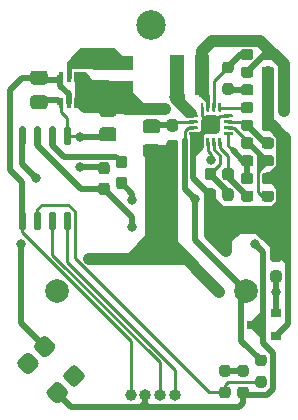
<source format=gbr>
G04 #@! TF.GenerationSoftware,KiCad,Pcbnew,(5.1.9)-1*
G04 #@! TF.CreationDate,2021-12-22T17:42:01+01:00*
G04 #@! TF.ProjectId,Omamori,4f6d616d-6f72-4692-9e6b-696361645f70,rev?*
G04 #@! TF.SameCoordinates,Original*
G04 #@! TF.FileFunction,Copper,L2,Bot*
G04 #@! TF.FilePolarity,Positive*
%FSLAX46Y46*%
G04 Gerber Fmt 4.6, Leading zero omitted, Abs format (unit mm)*
G04 Created by KiCad (PCBNEW (5.1.9)-1) date 2021-12-22 17:42:01*
%MOMM*%
%LPD*%
G01*
G04 APERTURE LIST*
G04 #@! TA.AperFunction,ComponentPad*
%ADD10C,2.000000*%
G04 #@! TD*
G04 #@! TA.AperFunction,SMDPad,CuDef*
%ADD11R,0.900000X0.800000*%
G04 #@! TD*
G04 #@! TA.AperFunction,ComponentPad*
%ADD12C,1.000000*%
G04 #@! TD*
G04 #@! TA.AperFunction,ComponentPad*
%ADD13O,1.000000X1.000000*%
G04 #@! TD*
G04 #@! TA.AperFunction,SMDPad,CuDef*
%ADD14R,3.400000X1.300000*%
G04 #@! TD*
G04 #@! TA.AperFunction,SMDPad,CuDef*
%ADD15R,1.300000X3.400000*%
G04 #@! TD*
G04 #@! TA.AperFunction,SMDPad,CuDef*
%ADD16R,0.400000X0.900000*%
G04 #@! TD*
G04 #@! TA.AperFunction,ViaPad*
%ADD17C,2.500000*%
G04 #@! TD*
G04 #@! TA.AperFunction,ViaPad*
%ADD18C,0.800000*%
G04 #@! TD*
G04 #@! TA.AperFunction,Conductor*
%ADD19C,0.250000*%
G04 #@! TD*
G04 #@! TA.AperFunction,Conductor*
%ADD20C,0.500000*%
G04 #@! TD*
G04 #@! TA.AperFunction,Conductor*
%ADD21C,1.000000*%
G04 #@! TD*
G04 #@! TA.AperFunction,Conductor*
%ADD22C,0.400000*%
G04 #@! TD*
G04 APERTURE END LIST*
G04 #@! TA.AperFunction,SMDPad,CuDef*
G36*
G01*
X35322500Y-35275000D02*
X35797500Y-35275000D01*
G75*
G02*
X36035000Y-35512500I0J-237500D01*
G01*
X36035000Y-36087500D01*
G75*
G02*
X35797500Y-36325000I-237500J0D01*
G01*
X35322500Y-36325000D01*
G75*
G02*
X35085000Y-36087500I0J237500D01*
G01*
X35085000Y-35512500D01*
G75*
G02*
X35322500Y-35275000I237500J0D01*
G01*
G37*
G04 #@! TD.AperFunction*
G04 #@! TA.AperFunction,SMDPad,CuDef*
G36*
G01*
X35322500Y-33525000D02*
X35797500Y-33525000D01*
G75*
G02*
X36035000Y-33762500I0J-237500D01*
G01*
X36035000Y-34337500D01*
G75*
G02*
X35797500Y-34575000I-237500J0D01*
G01*
X35322500Y-34575000D01*
G75*
G02*
X35085000Y-34337500I0J237500D01*
G01*
X35085000Y-33762500D01*
G75*
G02*
X35322500Y-33525000I237500J0D01*
G01*
G37*
G04 #@! TD.AperFunction*
G04 #@! TA.AperFunction,SMDPad,CuDef*
G36*
G01*
X31004500Y-45129000D02*
X31479500Y-45129000D01*
G75*
G02*
X31717000Y-45366500I0J-237500D01*
G01*
X31717000Y-45866500D01*
G75*
G02*
X31479500Y-46104000I-237500J0D01*
G01*
X31004500Y-46104000D01*
G75*
G02*
X30767000Y-45866500I0J237500D01*
G01*
X30767000Y-45366500D01*
G75*
G02*
X31004500Y-45129000I237500J0D01*
G01*
G37*
G04 #@! TD.AperFunction*
G04 #@! TA.AperFunction,SMDPad,CuDef*
G36*
G01*
X31004500Y-43304000D02*
X31479500Y-43304000D01*
G75*
G02*
X31717000Y-43541500I0J-237500D01*
G01*
X31717000Y-44041500D01*
G75*
G02*
X31479500Y-44279000I-237500J0D01*
G01*
X31004500Y-44279000D01*
G75*
G02*
X30767000Y-44041500I0J237500D01*
G01*
X30767000Y-43541500D01*
G75*
G02*
X31004500Y-43304000I237500J0D01*
G01*
G37*
G04 #@! TD.AperFunction*
G04 #@! TA.AperFunction,SMDPad,CuDef*
G36*
G01*
X24544000Y-24580000D02*
X25494000Y-24580000D01*
G75*
G02*
X25744000Y-24830000I0J-250000D01*
G01*
X25744000Y-25505000D01*
G75*
G02*
X25494000Y-25755000I-250000J0D01*
G01*
X24544000Y-25755000D01*
G75*
G02*
X24294000Y-25505000I0J250000D01*
G01*
X24294000Y-24830000D01*
G75*
G02*
X24544000Y-24580000I250000J0D01*
G01*
G37*
G04 #@! TD.AperFunction*
G04 #@! TA.AperFunction,SMDPad,CuDef*
G36*
G01*
X24544000Y-22505000D02*
X25494000Y-22505000D01*
G75*
G02*
X25744000Y-22755000I0J-250000D01*
G01*
X25744000Y-23430000D01*
G75*
G02*
X25494000Y-23680000I-250000J0D01*
G01*
X24544000Y-23680000D01*
G75*
G02*
X24294000Y-23430000I0J250000D01*
G01*
X24294000Y-22755000D01*
G75*
G02*
X24544000Y-22505000I250000J0D01*
G01*
G37*
G04 #@! TD.AperFunction*
D10*
X17000000Y-37000000D03*
X33000000Y-37000000D03*
G04 #@! TA.AperFunction,SMDPad,CuDef*
G36*
G01*
X29650000Y-22150000D02*
X30450000Y-22150000D01*
G75*
G02*
X30850000Y-22550000I0J-400000D01*
G01*
X30850000Y-23350000D01*
G75*
G02*
X30450000Y-23750000I-400000J0D01*
G01*
X29650000Y-23750000D01*
G75*
G02*
X29250000Y-23350000I0J400000D01*
G01*
X29250000Y-22550000D01*
G75*
G02*
X29650000Y-22150000I400000J0D01*
G01*
G37*
G04 #@! TD.AperFunction*
G04 #@! TA.AperFunction,SMDPad,CuDef*
G36*
G01*
X28237500Y-22075000D02*
X28887500Y-22075000D01*
G75*
G02*
X28950000Y-22137500I0J-62500D01*
G01*
X28950000Y-22262500D01*
G75*
G02*
X28887500Y-22325000I-62500J0D01*
G01*
X28237500Y-22325000D01*
G75*
G02*
X28175000Y-22262500I0J62500D01*
G01*
X28175000Y-22137500D01*
G75*
G02*
X28237500Y-22075000I62500J0D01*
G01*
G37*
G04 #@! TD.AperFunction*
G04 #@! TA.AperFunction,SMDPad,CuDef*
G36*
G01*
X28237500Y-22575000D02*
X28887500Y-22575000D01*
G75*
G02*
X28950000Y-22637500I0J-62500D01*
G01*
X28950000Y-22762500D01*
G75*
G02*
X28887500Y-22825000I-62500J0D01*
G01*
X28237500Y-22825000D01*
G75*
G02*
X28175000Y-22762500I0J62500D01*
G01*
X28175000Y-22637500D01*
G75*
G02*
X28237500Y-22575000I62500J0D01*
G01*
G37*
G04 #@! TD.AperFunction*
G04 #@! TA.AperFunction,SMDPad,CuDef*
G36*
G01*
X28237500Y-23075000D02*
X28887500Y-23075000D01*
G75*
G02*
X28950000Y-23137500I0J-62500D01*
G01*
X28950000Y-23262500D01*
G75*
G02*
X28887500Y-23325000I-62500J0D01*
G01*
X28237500Y-23325000D01*
G75*
G02*
X28175000Y-23262500I0J62500D01*
G01*
X28175000Y-23137500D01*
G75*
G02*
X28237500Y-23075000I62500J0D01*
G01*
G37*
G04 #@! TD.AperFunction*
G04 #@! TA.AperFunction,SMDPad,CuDef*
G36*
G01*
X28237500Y-23575000D02*
X28887500Y-23575000D01*
G75*
G02*
X28950000Y-23637500I0J-62500D01*
G01*
X28950000Y-23762500D01*
G75*
G02*
X28887500Y-23825000I-62500J0D01*
G01*
X28237500Y-23825000D01*
G75*
G02*
X28175000Y-23762500I0J62500D01*
G01*
X28175000Y-23637500D01*
G75*
G02*
X28237500Y-23575000I62500J0D01*
G01*
G37*
G04 #@! TD.AperFunction*
G04 #@! TA.AperFunction,SMDPad,CuDef*
G36*
G01*
X29237500Y-24050000D02*
X29362500Y-24050000D01*
G75*
G02*
X29425000Y-24112500I0J-62500D01*
G01*
X29425000Y-24762500D01*
G75*
G02*
X29362500Y-24825000I-62500J0D01*
G01*
X29237500Y-24825000D01*
G75*
G02*
X29175000Y-24762500I0J62500D01*
G01*
X29175000Y-24112500D01*
G75*
G02*
X29237500Y-24050000I62500J0D01*
G01*
G37*
G04 #@! TD.AperFunction*
G04 #@! TA.AperFunction,SMDPad,CuDef*
G36*
G01*
X29737500Y-24050000D02*
X29862500Y-24050000D01*
G75*
G02*
X29925000Y-24112500I0J-62500D01*
G01*
X29925000Y-24762500D01*
G75*
G02*
X29862500Y-24825000I-62500J0D01*
G01*
X29737500Y-24825000D01*
G75*
G02*
X29675000Y-24762500I0J62500D01*
G01*
X29675000Y-24112500D01*
G75*
G02*
X29737500Y-24050000I62500J0D01*
G01*
G37*
G04 #@! TD.AperFunction*
G04 #@! TA.AperFunction,SMDPad,CuDef*
G36*
G01*
X30237500Y-24050000D02*
X30362500Y-24050000D01*
G75*
G02*
X30425000Y-24112500I0J-62500D01*
G01*
X30425000Y-24762500D01*
G75*
G02*
X30362500Y-24825000I-62500J0D01*
G01*
X30237500Y-24825000D01*
G75*
G02*
X30175000Y-24762500I0J62500D01*
G01*
X30175000Y-24112500D01*
G75*
G02*
X30237500Y-24050000I62500J0D01*
G01*
G37*
G04 #@! TD.AperFunction*
G04 #@! TA.AperFunction,SMDPad,CuDef*
G36*
G01*
X30737500Y-24050000D02*
X30862500Y-24050000D01*
G75*
G02*
X30925000Y-24112500I0J-62500D01*
G01*
X30925000Y-24762500D01*
G75*
G02*
X30862500Y-24825000I-62500J0D01*
G01*
X30737500Y-24825000D01*
G75*
G02*
X30675000Y-24762500I0J62500D01*
G01*
X30675000Y-24112500D01*
G75*
G02*
X30737500Y-24050000I62500J0D01*
G01*
G37*
G04 #@! TD.AperFunction*
G04 #@! TA.AperFunction,SMDPad,CuDef*
G36*
G01*
X31212500Y-23575000D02*
X31862500Y-23575000D01*
G75*
G02*
X31925000Y-23637500I0J-62500D01*
G01*
X31925000Y-23762500D01*
G75*
G02*
X31862500Y-23825000I-62500J0D01*
G01*
X31212500Y-23825000D01*
G75*
G02*
X31150000Y-23762500I0J62500D01*
G01*
X31150000Y-23637500D01*
G75*
G02*
X31212500Y-23575000I62500J0D01*
G01*
G37*
G04 #@! TD.AperFunction*
G04 #@! TA.AperFunction,SMDPad,CuDef*
G36*
G01*
X31212500Y-23075000D02*
X31862500Y-23075000D01*
G75*
G02*
X31925000Y-23137500I0J-62500D01*
G01*
X31925000Y-23262500D01*
G75*
G02*
X31862500Y-23325000I-62500J0D01*
G01*
X31212500Y-23325000D01*
G75*
G02*
X31150000Y-23262500I0J62500D01*
G01*
X31150000Y-23137500D01*
G75*
G02*
X31212500Y-23075000I62500J0D01*
G01*
G37*
G04 #@! TD.AperFunction*
G04 #@! TA.AperFunction,SMDPad,CuDef*
G36*
G01*
X31212500Y-22575000D02*
X31862500Y-22575000D01*
G75*
G02*
X31925000Y-22637500I0J-62500D01*
G01*
X31925000Y-22762500D01*
G75*
G02*
X31862500Y-22825000I-62500J0D01*
G01*
X31212500Y-22825000D01*
G75*
G02*
X31150000Y-22762500I0J62500D01*
G01*
X31150000Y-22637500D01*
G75*
G02*
X31212500Y-22575000I62500J0D01*
G01*
G37*
G04 #@! TD.AperFunction*
G04 #@! TA.AperFunction,SMDPad,CuDef*
G36*
G01*
X31212500Y-22075000D02*
X31862500Y-22075000D01*
G75*
G02*
X31925000Y-22137500I0J-62500D01*
G01*
X31925000Y-22262500D01*
G75*
G02*
X31862500Y-22325000I-62500J0D01*
G01*
X31212500Y-22325000D01*
G75*
G02*
X31150000Y-22262500I0J62500D01*
G01*
X31150000Y-22137500D01*
G75*
G02*
X31212500Y-22075000I62500J0D01*
G01*
G37*
G04 #@! TD.AperFunction*
G04 #@! TA.AperFunction,SMDPad,CuDef*
G36*
G01*
X30737500Y-21075000D02*
X30862500Y-21075000D01*
G75*
G02*
X30925000Y-21137500I0J-62500D01*
G01*
X30925000Y-21787500D01*
G75*
G02*
X30862500Y-21850000I-62500J0D01*
G01*
X30737500Y-21850000D01*
G75*
G02*
X30675000Y-21787500I0J62500D01*
G01*
X30675000Y-21137500D01*
G75*
G02*
X30737500Y-21075000I62500J0D01*
G01*
G37*
G04 #@! TD.AperFunction*
G04 #@! TA.AperFunction,SMDPad,CuDef*
G36*
G01*
X30237500Y-21075000D02*
X30362500Y-21075000D01*
G75*
G02*
X30425000Y-21137500I0J-62500D01*
G01*
X30425000Y-21787500D01*
G75*
G02*
X30362500Y-21850000I-62500J0D01*
G01*
X30237500Y-21850000D01*
G75*
G02*
X30175000Y-21787500I0J62500D01*
G01*
X30175000Y-21137500D01*
G75*
G02*
X30237500Y-21075000I62500J0D01*
G01*
G37*
G04 #@! TD.AperFunction*
G04 #@! TA.AperFunction,SMDPad,CuDef*
G36*
G01*
X29737500Y-21075000D02*
X29862500Y-21075000D01*
G75*
G02*
X29925000Y-21137500I0J-62500D01*
G01*
X29925000Y-21787500D01*
G75*
G02*
X29862500Y-21850000I-62500J0D01*
G01*
X29737500Y-21850000D01*
G75*
G02*
X29675000Y-21787500I0J62500D01*
G01*
X29675000Y-21137500D01*
G75*
G02*
X29737500Y-21075000I62500J0D01*
G01*
G37*
G04 #@! TD.AperFunction*
G04 #@! TA.AperFunction,SMDPad,CuDef*
G36*
G01*
X29237500Y-21075000D02*
X29362500Y-21075000D01*
G75*
G02*
X29425000Y-21137500I0J-62500D01*
G01*
X29425000Y-21787500D01*
G75*
G02*
X29362500Y-21850000I-62500J0D01*
G01*
X29237500Y-21850000D01*
G75*
G02*
X29175000Y-21787500I0J62500D01*
G01*
X29175000Y-21137500D01*
G75*
G02*
X29237500Y-21075000I62500J0D01*
G01*
G37*
G04 #@! TD.AperFunction*
G04 #@! TA.AperFunction,SMDPad,CuDef*
G36*
G01*
X33003500Y-44279000D02*
X32528500Y-44279000D01*
G75*
G02*
X32291000Y-44041500I0J237500D01*
G01*
X32291000Y-43541500D01*
G75*
G02*
X32528500Y-43304000I237500J0D01*
G01*
X33003500Y-43304000D01*
G75*
G02*
X33241000Y-43541500I0J-237500D01*
G01*
X33241000Y-44041500D01*
G75*
G02*
X33003500Y-44279000I-237500J0D01*
G01*
G37*
G04 #@! TD.AperFunction*
G04 #@! TA.AperFunction,SMDPad,CuDef*
G36*
G01*
X33003500Y-46104000D02*
X32528500Y-46104000D01*
G75*
G02*
X32291000Y-45866500I0J237500D01*
G01*
X32291000Y-45366500D01*
G75*
G02*
X32528500Y-45129000I237500J0D01*
G01*
X33003500Y-45129000D01*
G75*
G02*
X33241000Y-45366500I0J-237500D01*
G01*
X33241000Y-45866500D01*
G75*
G02*
X33003500Y-46104000I-237500J0D01*
G01*
G37*
G04 #@! TD.AperFunction*
G04 #@! TA.AperFunction,SMDPad,CuDef*
G36*
G01*
X34052500Y-44240000D02*
X34527500Y-44240000D01*
G75*
G02*
X34765000Y-44477500I0J-237500D01*
G01*
X34765000Y-44977500D01*
G75*
G02*
X34527500Y-45215000I-237500J0D01*
G01*
X34052500Y-45215000D01*
G75*
G02*
X33815000Y-44977500I0J237500D01*
G01*
X33815000Y-44477500D01*
G75*
G02*
X34052500Y-44240000I237500J0D01*
G01*
G37*
G04 #@! TD.AperFunction*
G04 #@! TA.AperFunction,SMDPad,CuDef*
G36*
G01*
X34052500Y-42415000D02*
X34527500Y-42415000D01*
G75*
G02*
X34765000Y-42652500I0J-237500D01*
G01*
X34765000Y-43152500D01*
G75*
G02*
X34527500Y-43390000I-237500J0D01*
G01*
X34052500Y-43390000D01*
G75*
G02*
X33815000Y-43152500I0J237500D01*
G01*
X33815000Y-42652500D01*
G75*
G02*
X34052500Y-42415000I237500J0D01*
G01*
G37*
G04 #@! TD.AperFunction*
D11*
X33544000Y-39878000D03*
X35544000Y-40828000D03*
X35544000Y-38928000D03*
D12*
X23250000Y-45800000D03*
D13*
X26980000Y-45800000D03*
X25710000Y-45800000D03*
X24440000Y-45800000D03*
G04 #@! TA.AperFunction,SMDPad,CuDef*
G36*
G01*
X13945000Y-30300000D02*
X14245000Y-30300000D01*
G75*
G02*
X14395000Y-30450000I0J-150000D01*
G01*
X14395000Y-31750000D01*
G75*
G02*
X14245000Y-31900000I-150000J0D01*
G01*
X13945000Y-31900000D01*
G75*
G02*
X13795000Y-31750000I0J150000D01*
G01*
X13795000Y-30450000D01*
G75*
G02*
X13945000Y-30300000I150000J0D01*
G01*
G37*
G04 #@! TD.AperFunction*
G04 #@! TA.AperFunction,SMDPad,CuDef*
G36*
G01*
X15215000Y-30300000D02*
X15515000Y-30300000D01*
G75*
G02*
X15665000Y-30450000I0J-150000D01*
G01*
X15665000Y-31750000D01*
G75*
G02*
X15515000Y-31900000I-150000J0D01*
G01*
X15215000Y-31900000D01*
G75*
G02*
X15065000Y-31750000I0J150000D01*
G01*
X15065000Y-30450000D01*
G75*
G02*
X15215000Y-30300000I150000J0D01*
G01*
G37*
G04 #@! TD.AperFunction*
G04 #@! TA.AperFunction,SMDPad,CuDef*
G36*
G01*
X16485000Y-30300000D02*
X16785000Y-30300000D01*
G75*
G02*
X16935000Y-30450000I0J-150000D01*
G01*
X16935000Y-31750000D01*
G75*
G02*
X16785000Y-31900000I-150000J0D01*
G01*
X16485000Y-31900000D01*
G75*
G02*
X16335000Y-31750000I0J150000D01*
G01*
X16335000Y-30450000D01*
G75*
G02*
X16485000Y-30300000I150000J0D01*
G01*
G37*
G04 #@! TD.AperFunction*
G04 #@! TA.AperFunction,SMDPad,CuDef*
G36*
G01*
X17755000Y-30300000D02*
X18055000Y-30300000D01*
G75*
G02*
X18205000Y-30450000I0J-150000D01*
G01*
X18205000Y-31750000D01*
G75*
G02*
X18055000Y-31900000I-150000J0D01*
G01*
X17755000Y-31900000D01*
G75*
G02*
X17605000Y-31750000I0J150000D01*
G01*
X17605000Y-30450000D01*
G75*
G02*
X17755000Y-30300000I150000J0D01*
G01*
G37*
G04 #@! TD.AperFunction*
G04 #@! TA.AperFunction,SMDPad,CuDef*
G36*
G01*
X17755000Y-23100000D02*
X18055000Y-23100000D01*
G75*
G02*
X18205000Y-23250000I0J-150000D01*
G01*
X18205000Y-24550000D01*
G75*
G02*
X18055000Y-24700000I-150000J0D01*
G01*
X17755000Y-24700000D01*
G75*
G02*
X17605000Y-24550000I0J150000D01*
G01*
X17605000Y-23250000D01*
G75*
G02*
X17755000Y-23100000I150000J0D01*
G01*
G37*
G04 #@! TD.AperFunction*
G04 #@! TA.AperFunction,SMDPad,CuDef*
G36*
G01*
X16485000Y-23100000D02*
X16785000Y-23100000D01*
G75*
G02*
X16935000Y-23250000I0J-150000D01*
G01*
X16935000Y-24550000D01*
G75*
G02*
X16785000Y-24700000I-150000J0D01*
G01*
X16485000Y-24700000D01*
G75*
G02*
X16335000Y-24550000I0J150000D01*
G01*
X16335000Y-23250000D01*
G75*
G02*
X16485000Y-23100000I150000J0D01*
G01*
G37*
G04 #@! TD.AperFunction*
G04 #@! TA.AperFunction,SMDPad,CuDef*
G36*
G01*
X15215000Y-23100000D02*
X15515000Y-23100000D01*
G75*
G02*
X15665000Y-23250000I0J-150000D01*
G01*
X15665000Y-24550000D01*
G75*
G02*
X15515000Y-24700000I-150000J0D01*
G01*
X15215000Y-24700000D01*
G75*
G02*
X15065000Y-24550000I0J150000D01*
G01*
X15065000Y-23250000D01*
G75*
G02*
X15215000Y-23100000I150000J0D01*
G01*
G37*
G04 #@! TD.AperFunction*
G04 #@! TA.AperFunction,SMDPad,CuDef*
G36*
G01*
X13945000Y-23100000D02*
X14245000Y-23100000D01*
G75*
G02*
X14395000Y-23250000I0J-150000D01*
G01*
X14395000Y-24550000D01*
G75*
G02*
X14245000Y-24700000I-150000J0D01*
G01*
X13945000Y-24700000D01*
G75*
G02*
X13795000Y-24550000I0J150000D01*
G01*
X13795000Y-23250000D01*
G75*
G02*
X13945000Y-23100000I150000J0D01*
G01*
G37*
G04 #@! TD.AperFunction*
G04 #@! TA.AperFunction,SMDPad,CuDef*
G36*
G01*
X20861000Y-23183000D02*
X21811000Y-23183000D01*
G75*
G02*
X22061000Y-23433000I0J-250000D01*
G01*
X22061000Y-24108000D01*
G75*
G02*
X21811000Y-24358000I-250000J0D01*
G01*
X20861000Y-24358000D01*
G75*
G02*
X20611000Y-24108000I0J250000D01*
G01*
X20611000Y-23433000D01*
G75*
G02*
X20861000Y-23183000I250000J0D01*
G01*
G37*
G04 #@! TD.AperFunction*
G04 #@! TA.AperFunction,SMDPad,CuDef*
G36*
G01*
X20861000Y-21108000D02*
X21811000Y-21108000D01*
G75*
G02*
X22061000Y-21358000I0J-250000D01*
G01*
X22061000Y-22033000D01*
G75*
G02*
X21811000Y-22283000I-250000J0D01*
G01*
X20861000Y-22283000D01*
G75*
G02*
X20611000Y-22033000I0J250000D01*
G01*
X20611000Y-21358000D01*
G75*
G02*
X20861000Y-21108000I250000J0D01*
G01*
G37*
G04 #@! TD.AperFunction*
G04 #@! TA.AperFunction,SMDPad,CuDef*
G36*
G01*
X15025000Y-20450000D02*
X15975000Y-20450000D01*
G75*
G02*
X16225000Y-20700000I0J-250000D01*
G01*
X16225000Y-21375000D01*
G75*
G02*
X15975000Y-21625000I-250000J0D01*
G01*
X15025000Y-21625000D01*
G75*
G02*
X14775000Y-21375000I0J250000D01*
G01*
X14775000Y-20700000D01*
G75*
G02*
X15025000Y-20450000I250000J0D01*
G01*
G37*
G04 #@! TD.AperFunction*
G04 #@! TA.AperFunction,SMDPad,CuDef*
G36*
G01*
X15025000Y-18375000D02*
X15975000Y-18375000D01*
G75*
G02*
X16225000Y-18625000I0J-250000D01*
G01*
X16225000Y-19300000D01*
G75*
G02*
X15975000Y-19550000I-250000J0D01*
G01*
X15025000Y-19550000D01*
G75*
G02*
X14775000Y-19300000I0J250000D01*
G01*
X14775000Y-18625000D01*
G75*
G02*
X15025000Y-18375000I250000J0D01*
G01*
G37*
G04 #@! TD.AperFunction*
G04 #@! TA.AperFunction,SMDPad,CuDef*
G36*
G01*
X33650000Y-16762500D02*
X33650000Y-17237500D01*
G75*
G02*
X33412500Y-17475000I-237500J0D01*
G01*
X32837500Y-17475000D01*
G75*
G02*
X32600000Y-17237500I0J237500D01*
G01*
X32600000Y-16762500D01*
G75*
G02*
X32837500Y-16525000I237500J0D01*
G01*
X33412500Y-16525000D01*
G75*
G02*
X33650000Y-16762500I0J-237500D01*
G01*
G37*
G04 #@! TD.AperFunction*
G04 #@! TA.AperFunction,SMDPad,CuDef*
G36*
G01*
X35400000Y-16762500D02*
X35400000Y-17237500D01*
G75*
G02*
X35162500Y-17475000I-237500J0D01*
G01*
X34587500Y-17475000D01*
G75*
G02*
X34350000Y-17237500I0J237500D01*
G01*
X34350000Y-16762500D01*
G75*
G02*
X34587500Y-16525000I237500J0D01*
G01*
X35162500Y-16525000D01*
G75*
G02*
X35400000Y-16762500I0J-237500D01*
G01*
G37*
G04 #@! TD.AperFunction*
G04 #@! TA.AperFunction,SMDPad,CuDef*
G36*
G01*
X31737500Y-18575000D02*
X31262500Y-18575000D01*
G75*
G02*
X31025000Y-18337500I0J237500D01*
G01*
X31025000Y-17837500D01*
G75*
G02*
X31262500Y-17600000I237500J0D01*
G01*
X31737500Y-17600000D01*
G75*
G02*
X31975000Y-17837500I0J-237500D01*
G01*
X31975000Y-18337500D01*
G75*
G02*
X31737500Y-18575000I-237500J0D01*
G01*
G37*
G04 #@! TD.AperFunction*
G04 #@! TA.AperFunction,SMDPad,CuDef*
G36*
G01*
X31737500Y-20400000D02*
X31262500Y-20400000D01*
G75*
G02*
X31025000Y-20162500I0J237500D01*
G01*
X31025000Y-19662500D01*
G75*
G02*
X31262500Y-19425000I237500J0D01*
G01*
X31737500Y-19425000D01*
G75*
G02*
X31975000Y-19662500I0J-237500D01*
G01*
X31975000Y-20162500D01*
G75*
G02*
X31737500Y-20400000I-237500J0D01*
G01*
G37*
G04 #@! TD.AperFunction*
G04 #@! TA.AperFunction,SMDPad,CuDef*
G36*
G01*
X17848553Y-45901952D02*
X17309738Y-46440767D01*
G75*
G02*
X16770922Y-46440767I-269408J269408D01*
G01*
X16232107Y-45901952D01*
G75*
G02*
X16232107Y-45363136I269408J269408D01*
G01*
X16770922Y-44824321D01*
G75*
G02*
X17309738Y-44824321I269408J-269408D01*
G01*
X17848553Y-45363136D01*
G75*
G02*
X17848553Y-45901952I-269408J-269408D01*
G01*
G37*
G04 #@! TD.AperFunction*
G04 #@! TA.AperFunction,SMDPad,CuDef*
G36*
G01*
X19262767Y-44487738D02*
X18723952Y-45026553D01*
G75*
G02*
X18185136Y-45026553I-269408J269408D01*
G01*
X17646321Y-44487738D01*
G75*
G02*
X17646321Y-43948922I269408J269408D01*
G01*
X18185136Y-43410107D01*
G75*
G02*
X18723952Y-43410107I269408J-269408D01*
G01*
X19262767Y-43948922D01*
G75*
G02*
X19262767Y-44487738I-269408J-269408D01*
G01*
G37*
G04 #@! TD.AperFunction*
G04 #@! TA.AperFunction,SMDPad,CuDef*
G36*
G01*
X16787893Y-42012864D02*
X16249078Y-42551679D01*
G75*
G02*
X15710262Y-42551679I-269408J269408D01*
G01*
X15171447Y-42012864D01*
G75*
G02*
X15171447Y-41474048I269408J269408D01*
G01*
X15710262Y-40935233D01*
G75*
G02*
X16249078Y-40935233I269408J-269408D01*
G01*
X16787893Y-41474048D01*
G75*
G02*
X16787893Y-42012864I-269408J-269408D01*
G01*
G37*
G04 #@! TD.AperFunction*
G04 #@! TA.AperFunction,SMDPad,CuDef*
G36*
G01*
X15373679Y-43427078D02*
X14834864Y-43965893D01*
G75*
G02*
X14296048Y-43965893I-269408J269408D01*
G01*
X13757233Y-43427078D01*
G75*
G02*
X13757233Y-42888262I269408J269408D01*
G01*
X14296048Y-42349447D01*
G75*
G02*
X14834864Y-42349447I269408J-269408D01*
G01*
X15373679Y-42888262D01*
G75*
G02*
X15373679Y-43427078I-269408J-269408D01*
G01*
G37*
G04 #@! TD.AperFunction*
D14*
X21750000Y-17700000D03*
X21750000Y-19800000D03*
D15*
X27200000Y-18750000D03*
X29300000Y-18750000D03*
G04 #@! TA.AperFunction,SMDPad,CuDef*
G36*
G01*
X33650000Y-19762500D02*
X33650000Y-20237500D01*
G75*
G02*
X33412500Y-20475000I-237500J0D01*
G01*
X32837500Y-20475000D01*
G75*
G02*
X32600000Y-20237500I0J237500D01*
G01*
X32600000Y-19762500D01*
G75*
G02*
X32837500Y-19525000I237500J0D01*
G01*
X33412500Y-19525000D01*
G75*
G02*
X33650000Y-19762500I0J-237500D01*
G01*
G37*
G04 #@! TD.AperFunction*
G04 #@! TA.AperFunction,SMDPad,CuDef*
G36*
G01*
X35400000Y-19762500D02*
X35400000Y-20237500D01*
G75*
G02*
X35162500Y-20475000I-237500J0D01*
G01*
X34587500Y-20475000D01*
G75*
G02*
X34350000Y-20237500I0J237500D01*
G01*
X34350000Y-19762500D01*
G75*
G02*
X34587500Y-19525000I237500J0D01*
G01*
X35162500Y-19525000D01*
G75*
G02*
X35400000Y-19762500I0J-237500D01*
G01*
G37*
G04 #@! TD.AperFunction*
D16*
X18650000Y-18900000D03*
X17350000Y-18900000D03*
X18000000Y-21100000D03*
X18000000Y-18900000D03*
X17350000Y-21100000D03*
X18650000Y-21100000D03*
G04 #@! TA.AperFunction,SMDPad,CuDef*
G36*
G01*
X34350000Y-23237500D02*
X34350000Y-22762500D01*
G75*
G02*
X34587500Y-22525000I237500J0D01*
G01*
X35162500Y-22525000D01*
G75*
G02*
X35400000Y-22762500I0J-237500D01*
G01*
X35400000Y-23237500D01*
G75*
G02*
X35162500Y-23475000I-237500J0D01*
G01*
X34587500Y-23475000D01*
G75*
G02*
X34350000Y-23237500I0J237500D01*
G01*
G37*
G04 #@! TD.AperFunction*
G04 #@! TA.AperFunction,SMDPad,CuDef*
G36*
G01*
X32600000Y-23237500D02*
X32600000Y-22762500D01*
G75*
G02*
X32837500Y-22525000I237500J0D01*
G01*
X33412500Y-22525000D01*
G75*
G02*
X33650000Y-22762500I0J-237500D01*
G01*
X33650000Y-23237500D01*
G75*
G02*
X33412500Y-23475000I-237500J0D01*
G01*
X32837500Y-23475000D01*
G75*
G02*
X32600000Y-23237500I0J237500D01*
G01*
G37*
G04 #@! TD.AperFunction*
G04 #@! TA.AperFunction,SMDPad,CuDef*
G36*
G01*
X34350000Y-27737500D02*
X34350000Y-27262500D01*
G75*
G02*
X34587500Y-27025000I237500J0D01*
G01*
X35162500Y-27025000D01*
G75*
G02*
X35400000Y-27262500I0J-237500D01*
G01*
X35400000Y-27737500D01*
G75*
G02*
X35162500Y-27975000I-237500J0D01*
G01*
X34587500Y-27975000D01*
G75*
G02*
X34350000Y-27737500I0J237500D01*
G01*
G37*
G04 #@! TD.AperFunction*
G04 #@! TA.AperFunction,SMDPad,CuDef*
G36*
G01*
X32600000Y-27737500D02*
X32600000Y-27262500D01*
G75*
G02*
X32837500Y-27025000I237500J0D01*
G01*
X33412500Y-27025000D01*
G75*
G02*
X33650000Y-27262500I0J-237500D01*
G01*
X33650000Y-27737500D01*
G75*
G02*
X33412500Y-27975000I-237500J0D01*
G01*
X32837500Y-27975000D01*
G75*
G02*
X32600000Y-27737500I0J237500D01*
G01*
G37*
G04 #@! TD.AperFunction*
G04 #@! TA.AperFunction,SMDPad,CuDef*
G36*
G01*
X33650000Y-25762500D02*
X33650000Y-26237500D01*
G75*
G02*
X33412500Y-26475000I-237500J0D01*
G01*
X32837500Y-26475000D01*
G75*
G02*
X32600000Y-26237500I0J237500D01*
G01*
X32600000Y-25762500D01*
G75*
G02*
X32837500Y-25525000I237500J0D01*
G01*
X33412500Y-25525000D01*
G75*
G02*
X33650000Y-25762500I0J-237500D01*
G01*
G37*
G04 #@! TD.AperFunction*
G04 #@! TA.AperFunction,SMDPad,CuDef*
G36*
G01*
X35400000Y-25762500D02*
X35400000Y-26237500D01*
G75*
G02*
X35162500Y-26475000I-237500J0D01*
G01*
X34587500Y-26475000D01*
G75*
G02*
X34350000Y-26237500I0J237500D01*
G01*
X34350000Y-25762500D01*
G75*
G02*
X34587500Y-25525000I237500J0D01*
G01*
X35162500Y-25525000D01*
G75*
G02*
X35400000Y-25762500I0J-237500D01*
G01*
G37*
G04 #@! TD.AperFunction*
G04 #@! TA.AperFunction,SMDPad,CuDef*
G36*
G01*
X34350000Y-24737500D02*
X34350000Y-24262500D01*
G75*
G02*
X34587500Y-24025000I237500J0D01*
G01*
X35162500Y-24025000D01*
G75*
G02*
X35400000Y-24262500I0J-237500D01*
G01*
X35400000Y-24737500D01*
G75*
G02*
X35162500Y-24975000I-237500J0D01*
G01*
X34587500Y-24975000D01*
G75*
G02*
X34350000Y-24737500I0J237500D01*
G01*
G37*
G04 #@! TD.AperFunction*
G04 #@! TA.AperFunction,SMDPad,CuDef*
G36*
G01*
X32600000Y-24737500D02*
X32600000Y-24262500D01*
G75*
G02*
X32837500Y-24025000I237500J0D01*
G01*
X33412500Y-24025000D01*
G75*
G02*
X33650000Y-24262500I0J-237500D01*
G01*
X33650000Y-24737500D01*
G75*
G02*
X33412500Y-24975000I-237500J0D01*
G01*
X32837500Y-24975000D01*
G75*
G02*
X32600000Y-24737500I0J237500D01*
G01*
G37*
G04 #@! TD.AperFunction*
G04 #@! TA.AperFunction,SMDPad,CuDef*
G36*
G01*
X29762500Y-28350000D02*
X30237500Y-28350000D01*
G75*
G02*
X30475000Y-28587500I0J-237500D01*
G01*
X30475000Y-29162500D01*
G75*
G02*
X30237500Y-29400000I-237500J0D01*
G01*
X29762500Y-29400000D01*
G75*
G02*
X29525000Y-29162500I0J237500D01*
G01*
X29525000Y-28587500D01*
G75*
G02*
X29762500Y-28350000I237500J0D01*
G01*
G37*
G04 #@! TD.AperFunction*
G04 #@! TA.AperFunction,SMDPad,CuDef*
G36*
G01*
X29762500Y-26600000D02*
X30237500Y-26600000D01*
G75*
G02*
X30475000Y-26837500I0J-237500D01*
G01*
X30475000Y-27412500D01*
G75*
G02*
X30237500Y-27650000I-237500J0D01*
G01*
X29762500Y-27650000D01*
G75*
G02*
X29525000Y-27412500I0J237500D01*
G01*
X29525000Y-26837500D01*
G75*
G02*
X29762500Y-26600000I237500J0D01*
G01*
G37*
G04 #@! TD.AperFunction*
G04 #@! TA.AperFunction,SMDPad,CuDef*
G36*
G01*
X31262500Y-28350000D02*
X31737500Y-28350000D01*
G75*
G02*
X31975000Y-28587500I0J-237500D01*
G01*
X31975000Y-29162500D01*
G75*
G02*
X31737500Y-29400000I-237500J0D01*
G01*
X31262500Y-29400000D01*
G75*
G02*
X31025000Y-29162500I0J237500D01*
G01*
X31025000Y-28587500D01*
G75*
G02*
X31262500Y-28350000I237500J0D01*
G01*
G37*
G04 #@! TD.AperFunction*
G04 #@! TA.AperFunction,SMDPad,CuDef*
G36*
G01*
X31262500Y-26600000D02*
X31737500Y-26600000D01*
G75*
G02*
X31975000Y-26837500I0J-237500D01*
G01*
X31975000Y-27412500D01*
G75*
G02*
X31737500Y-27650000I-237500J0D01*
G01*
X31262500Y-27650000D01*
G75*
G02*
X31025000Y-27412500I0J237500D01*
G01*
X31025000Y-26837500D01*
G75*
G02*
X31262500Y-26600000I237500J0D01*
G01*
G37*
G04 #@! TD.AperFunction*
G04 #@! TA.AperFunction,SMDPad,CuDef*
G36*
G01*
X33650000Y-28762500D02*
X33650000Y-29237500D01*
G75*
G02*
X33412500Y-29475000I-237500J0D01*
G01*
X32837500Y-29475000D01*
G75*
G02*
X32600000Y-29237500I0J237500D01*
G01*
X32600000Y-28762500D01*
G75*
G02*
X32837500Y-28525000I237500J0D01*
G01*
X33412500Y-28525000D01*
G75*
G02*
X33650000Y-28762500I0J-237500D01*
G01*
G37*
G04 #@! TD.AperFunction*
G04 #@! TA.AperFunction,SMDPad,CuDef*
G36*
G01*
X35400000Y-28762500D02*
X35400000Y-29237500D01*
G75*
G02*
X35162500Y-29475000I-237500J0D01*
G01*
X34587500Y-29475000D01*
G75*
G02*
X34350000Y-29237500I0J237500D01*
G01*
X34350000Y-28762500D01*
G75*
G02*
X34587500Y-28525000I237500J0D01*
G01*
X35162500Y-28525000D01*
G75*
G02*
X35400000Y-28762500I0J-237500D01*
G01*
G37*
G04 #@! TD.AperFunction*
G04 #@! TA.AperFunction,SMDPad,CuDef*
G36*
G01*
X22737500Y-26650000D02*
X22262500Y-26650000D01*
G75*
G02*
X22025000Y-26412500I0J237500D01*
G01*
X22025000Y-25837500D01*
G75*
G02*
X22262500Y-25600000I237500J0D01*
G01*
X22737500Y-25600000D01*
G75*
G02*
X22975000Y-25837500I0J-237500D01*
G01*
X22975000Y-26412500D01*
G75*
G02*
X22737500Y-26650000I-237500J0D01*
G01*
G37*
G04 #@! TD.AperFunction*
G04 #@! TA.AperFunction,SMDPad,CuDef*
G36*
G01*
X22737500Y-28400000D02*
X22262500Y-28400000D01*
G75*
G02*
X22025000Y-28162500I0J237500D01*
G01*
X22025000Y-27587500D01*
G75*
G02*
X22262500Y-27350000I237500J0D01*
G01*
X22737500Y-27350000D01*
G75*
G02*
X22975000Y-27587500I0J-237500D01*
G01*
X22975000Y-28162500D01*
G75*
G02*
X22737500Y-28400000I-237500J0D01*
G01*
G37*
G04 #@! TD.AperFunction*
G04 #@! TA.AperFunction,SMDPad,CuDef*
G36*
G01*
X34350000Y-21737500D02*
X34350000Y-21262500D01*
G75*
G02*
X34587500Y-21025000I237500J0D01*
G01*
X35162500Y-21025000D01*
G75*
G02*
X35400000Y-21262500I0J-237500D01*
G01*
X35400000Y-21737500D01*
G75*
G02*
X35162500Y-21975000I-237500J0D01*
G01*
X34587500Y-21975000D01*
G75*
G02*
X34350000Y-21737500I0J237500D01*
G01*
G37*
G04 #@! TD.AperFunction*
G04 #@! TA.AperFunction,SMDPad,CuDef*
G36*
G01*
X32600000Y-21737500D02*
X32600000Y-21262500D01*
G75*
G02*
X32837500Y-21025000I237500J0D01*
G01*
X33412500Y-21025000D01*
G75*
G02*
X33650000Y-21262500I0J-237500D01*
G01*
X33650000Y-21737500D01*
G75*
G02*
X33412500Y-21975000I-237500J0D01*
G01*
X32837500Y-21975000D01*
G75*
G02*
X32600000Y-21737500I0J237500D01*
G01*
G37*
G04 #@! TD.AperFunction*
G04 #@! TA.AperFunction,SMDPad,CuDef*
G36*
G01*
X21237500Y-27150000D02*
X20762500Y-27150000D01*
G75*
G02*
X20525000Y-26912500I0J237500D01*
G01*
X20525000Y-26337500D01*
G75*
G02*
X20762500Y-26100000I237500J0D01*
G01*
X21237500Y-26100000D01*
G75*
G02*
X21475000Y-26337500I0J-237500D01*
G01*
X21475000Y-26912500D01*
G75*
G02*
X21237500Y-27150000I-237500J0D01*
G01*
G37*
G04 #@! TD.AperFunction*
G04 #@! TA.AperFunction,SMDPad,CuDef*
G36*
G01*
X21237500Y-28900000D02*
X20762500Y-28900000D01*
G75*
G02*
X20525000Y-28662500I0J237500D01*
G01*
X20525000Y-28087500D01*
G75*
G02*
X20762500Y-27850000I237500J0D01*
G01*
X21237500Y-27850000D01*
G75*
G02*
X21475000Y-28087500I0J-237500D01*
G01*
X21475000Y-28662500D01*
G75*
G02*
X21237500Y-28900000I-237500J0D01*
G01*
G37*
G04 #@! TD.AperFunction*
G04 #@! TA.AperFunction,SMDPad,CuDef*
G36*
G01*
X34350000Y-18737500D02*
X34350000Y-18262500D01*
G75*
G02*
X34587500Y-18025000I237500J0D01*
G01*
X35162500Y-18025000D01*
G75*
G02*
X35400000Y-18262500I0J-237500D01*
G01*
X35400000Y-18737500D01*
G75*
G02*
X35162500Y-18975000I-237500J0D01*
G01*
X34587500Y-18975000D01*
G75*
G02*
X34350000Y-18737500I0J237500D01*
G01*
G37*
G04 #@! TD.AperFunction*
G04 #@! TA.AperFunction,SMDPad,CuDef*
G36*
G01*
X32600000Y-18737500D02*
X32600000Y-18262500D01*
G75*
G02*
X32837500Y-18025000I237500J0D01*
G01*
X33412500Y-18025000D01*
G75*
G02*
X33650000Y-18262500I0J-237500D01*
G01*
X33650000Y-18737500D01*
G75*
G02*
X33412500Y-18975000I-237500J0D01*
G01*
X32837500Y-18975000D01*
G75*
G02*
X32600000Y-18737500I0J237500D01*
G01*
G37*
G04 #@! TD.AperFunction*
G04 #@! TA.AperFunction,SMDPad,CuDef*
G36*
G01*
X26559500Y-22476000D02*
X27034500Y-22476000D01*
G75*
G02*
X27272000Y-22713500I0J-237500D01*
G01*
X27272000Y-23288500D01*
G75*
G02*
X27034500Y-23526000I-237500J0D01*
G01*
X26559500Y-23526000D01*
G75*
G02*
X26322000Y-23288500I0J237500D01*
G01*
X26322000Y-22713500D01*
G75*
G02*
X26559500Y-22476000I237500J0D01*
G01*
G37*
G04 #@! TD.AperFunction*
G04 #@! TA.AperFunction,SMDPad,CuDef*
G36*
G01*
X26559500Y-24226000D02*
X27034500Y-24226000D01*
G75*
G02*
X27272000Y-24463500I0J-237500D01*
G01*
X27272000Y-25038500D01*
G75*
G02*
X27034500Y-25276000I-237500J0D01*
G01*
X26559500Y-25276000D01*
G75*
G02*
X26322000Y-25038500I0J237500D01*
G01*
X26322000Y-24463500D01*
G75*
G02*
X26559500Y-24226000I237500J0D01*
G01*
G37*
G04 #@! TD.AperFunction*
D17*
X25000000Y-14500000D03*
D18*
X31371999Y-33652001D03*
X30734000Y-37084000D03*
X30734000Y-37084000D03*
X19710000Y-34290000D03*
X36250000Y-21750000D03*
X30099000Y-25908000D03*
X35560000Y-37084000D03*
X23400000Y-31600000D03*
X23400000Y-29337000D03*
X15240000Y-27432000D03*
X13970000Y-33020000D03*
X19000000Y-26500000D03*
X19000000Y-24003000D03*
X33782000Y-33020000D03*
X26162000Y-21590000D03*
X28702000Y-29210000D03*
D19*
X29300000Y-22200000D02*
X30050000Y-22950000D01*
X29300000Y-21462500D02*
X29300000Y-22200000D01*
X30800000Y-22200000D02*
X31537500Y-22200000D01*
X30050000Y-22950000D02*
X30800000Y-22200000D01*
X28562500Y-23700000D02*
X29300000Y-23700000D01*
X29300000Y-23700000D02*
X30050000Y-22950000D01*
X29300000Y-24437500D02*
X29300000Y-23700000D01*
X16875000Y-36875000D02*
X17000000Y-37000000D01*
X30000000Y-29065685D02*
X30000000Y-28875000D01*
D20*
X28562500Y-25437500D02*
X28562500Y-24762500D01*
X28562500Y-24762500D02*
X28562500Y-24437500D01*
X28562500Y-24762500D02*
X28562500Y-24737500D01*
X28562500Y-25437500D02*
X28562500Y-25175000D01*
X28562500Y-27437500D02*
X28562500Y-25437500D01*
X29000000Y-24000000D02*
X30050000Y-22950000D01*
X28562500Y-27437500D02*
X30000000Y-28875000D01*
X34875000Y-27497288D02*
X34875000Y-27500000D01*
X28900750Y-24775750D02*
X28562500Y-24437500D01*
X28900750Y-24836750D02*
X28900750Y-24775750D01*
X28562500Y-25175000D02*
X28900750Y-24836750D01*
X29000000Y-24737500D02*
X28900750Y-24836750D01*
X29000000Y-24000000D02*
X29000000Y-24737500D01*
D19*
X28562500Y-25437500D02*
X28728000Y-25437500D01*
X29300000Y-24865500D02*
X29300000Y-24437500D01*
X28728000Y-25437500D02*
X29300000Y-24865500D01*
D21*
X34875000Y-18500000D02*
X34875000Y-20000000D01*
X34875000Y-20000000D02*
X34875000Y-21500000D01*
X34875000Y-21500000D02*
X34875000Y-23000000D01*
X35225840Y-27500000D02*
X34875000Y-27500000D01*
X35225840Y-23000000D02*
X36100010Y-23874170D01*
X36100010Y-26625830D02*
X35225840Y-27500000D01*
X36100010Y-23874170D02*
X36100010Y-26625830D01*
X34875000Y-23000000D02*
X35225840Y-23000000D01*
X31371999Y-31500001D02*
X30000000Y-30128002D01*
X30000000Y-30128002D02*
X30000000Y-28875000D01*
X36100010Y-28200010D02*
X36100010Y-29625830D01*
X35400000Y-27500000D02*
X36100010Y-28200010D01*
X34875000Y-27500000D02*
X35400000Y-27500000D01*
X36100010Y-29625830D02*
X35402920Y-30322920D01*
D20*
X36576000Y-39796000D02*
X35544000Y-40828000D01*
X28562500Y-24512490D02*
X28562500Y-23850000D01*
X28562500Y-24437500D02*
X29000000Y-24000000D01*
D21*
X31371999Y-33652001D02*
X31371999Y-33652001D01*
X17084000Y-37084000D02*
X17000000Y-37000000D01*
D20*
X36068000Y-30988000D02*
X36068000Y-29657840D01*
X35402920Y-30322920D02*
X36068000Y-30988000D01*
X36068000Y-29657840D02*
X36100010Y-29625830D01*
X36068000Y-30988000D02*
X36576000Y-31496000D01*
X34737840Y-30988000D02*
X34640920Y-31084920D01*
D21*
X34640920Y-31084920D02*
X34225839Y-31500001D01*
X35402920Y-30322920D02*
X34640920Y-31084920D01*
D20*
X36035000Y-34050000D02*
X36576000Y-34591000D01*
X36576000Y-36449000D02*
X36576000Y-39796000D01*
X35560000Y-34050000D02*
X36035000Y-34050000D01*
D21*
X31371999Y-32636001D02*
X32507999Y-31500001D01*
X32507999Y-31500001D02*
X31371999Y-31500001D01*
X31371999Y-31500001D02*
X31371999Y-32636001D01*
X31371999Y-32636001D02*
X31371999Y-33652001D01*
X25019000Y-31369000D02*
X25019000Y-25167500D01*
X30734000Y-37084000D02*
X29325000Y-35675000D01*
X25019000Y-31609002D02*
X25019000Y-31369000D01*
X19710000Y-34290000D02*
X21110000Y-34290000D01*
X21110000Y-34290000D02*
X22338002Y-34290000D01*
D20*
X36576000Y-31576000D02*
X35988000Y-30988000D01*
X36576000Y-32424000D02*
X36576000Y-31576000D01*
X36068000Y-30988000D02*
X35988000Y-30988000D01*
X36576000Y-31496000D02*
X36576000Y-32424000D01*
X36576000Y-32424000D02*
X36576000Y-32076000D01*
X35988000Y-30988000D02*
X35488000Y-30988000D01*
X36576000Y-32924000D02*
X36576000Y-32552000D01*
X35012000Y-30988000D02*
X34737840Y-30988000D01*
X35488000Y-30988000D02*
X35012000Y-30988000D01*
X36576000Y-32424000D02*
X36576000Y-32924000D01*
X36576000Y-32924000D02*
X36576000Y-36449000D01*
X35524001Y-31500001D02*
X36012000Y-31988000D01*
X34225839Y-31500001D02*
X35524001Y-31500001D01*
X36576000Y-32552000D02*
X36012000Y-31988000D01*
X35762000Y-31738000D02*
X33737998Y-31738000D01*
X33737998Y-31738000D02*
X33499999Y-31500001D01*
D21*
X33499999Y-31500001D02*
X32507999Y-31500001D01*
X34225839Y-31500001D02*
X33499999Y-31500001D01*
D20*
X36012000Y-31988000D02*
X35762000Y-31738000D01*
X35762000Y-31738000D02*
X35012000Y-30988000D01*
X31371999Y-32636001D02*
X32020000Y-31988000D01*
D21*
X30000000Y-32280002D02*
X31371999Y-33652001D01*
X30000000Y-30128002D02*
X30000000Y-32280002D01*
X31371999Y-33652001D02*
X31371999Y-32371999D01*
X31371999Y-32371999D02*
X30500000Y-31500000D01*
X26797000Y-33147000D02*
X27075000Y-33425000D01*
D20*
X26797000Y-24751000D02*
X26797000Y-24765000D01*
D21*
X25825000Y-32175000D02*
X25825000Y-26175000D01*
X26797000Y-25203000D02*
X26797000Y-33147000D01*
X25825000Y-26175000D02*
X26797000Y-25203000D01*
X26797000Y-24751000D02*
X26797000Y-25203000D01*
X27075000Y-33425000D02*
X25825000Y-32175000D01*
X25825000Y-32175000D02*
X25019000Y-31369000D01*
X26380500Y-25167500D02*
X26797000Y-24751000D01*
X25019000Y-25167500D02*
X26380500Y-25167500D01*
X35560000Y-33169998D02*
X33890003Y-31500001D01*
X33890003Y-31500001D02*
X33499999Y-31500001D01*
X35560000Y-34050000D02*
X35560000Y-33169998D01*
X36292500Y-33792500D02*
X36292500Y-32792500D01*
X36292500Y-32792500D02*
X35488000Y-31988000D01*
D20*
X32020000Y-31988000D02*
X35488000Y-31988000D01*
X36035000Y-34050000D02*
X36292500Y-33792500D01*
X35488000Y-31988000D02*
X36012000Y-31988000D01*
X36292500Y-33792500D02*
X36576000Y-33509000D01*
D21*
X36068000Y-31432000D02*
X36000000Y-31500000D01*
X36068000Y-29657840D02*
X36068000Y-31432000D01*
D20*
X36000000Y-31500000D02*
X35488000Y-30988000D01*
X36576000Y-32076000D02*
X36000000Y-31500000D01*
D21*
X36292500Y-24066660D02*
X36100010Y-23874170D01*
X36292500Y-32792500D02*
X36292500Y-24066660D01*
X27940000Y-34290000D02*
X28075000Y-34425000D01*
X28075000Y-34425000D02*
X27075000Y-33425000D01*
X29325000Y-35675000D02*
X28075000Y-34425000D01*
X23710000Y-34290000D02*
X25825000Y-32175000D01*
X23290000Y-34290000D02*
X23710000Y-34290000D01*
X22338002Y-34290000D02*
X23290000Y-34290000D01*
X24290000Y-34290000D02*
X24710000Y-34290000D01*
X23290000Y-34290000D02*
X24290000Y-34290000D01*
X24290000Y-34290000D02*
X27940000Y-34290000D01*
X25944000Y-34000000D02*
X26797000Y-33147000D01*
X25000000Y-34000000D02*
X25944000Y-34000000D01*
X24710000Y-34290000D02*
X25000000Y-34000000D01*
X25000000Y-34000000D02*
X26000000Y-33000000D01*
X25019000Y-32561000D02*
X25019000Y-31369000D01*
X23290000Y-34290000D02*
X25019000Y-32561000D01*
X30956918Y-31084920D02*
X34640920Y-31084920D01*
X30000000Y-30128002D02*
X30956918Y-31084920D01*
X30922920Y-30322920D02*
X35402920Y-30322920D01*
X30000000Y-29400000D02*
X30922920Y-30322920D01*
X30000000Y-28875000D02*
X30000000Y-29400000D01*
D19*
X30837500Y-21500000D02*
X30800000Y-21462500D01*
X33125000Y-21500000D02*
X30837500Y-21500000D01*
D22*
X18000000Y-18381000D02*
X18000000Y-18179998D01*
X18000000Y-18900000D02*
X18000000Y-18381000D01*
X19034998Y-17145000D02*
X20066000Y-17145000D01*
X20066000Y-17145000D02*
X18669000Y-17145000D01*
X18669000Y-17145000D02*
X18542000Y-17272000D01*
X19050000Y-16637000D02*
X21209000Y-16637000D01*
X18000000Y-18381000D02*
X18000000Y-17687000D01*
X21750000Y-17700000D02*
X22813000Y-17700000D01*
X21750000Y-16637000D02*
X21209000Y-16637000D01*
X22813000Y-17700000D02*
X21750000Y-16637000D01*
X18669000Y-17018000D02*
X21717000Y-17018000D01*
X18000000Y-17687000D02*
X18669000Y-17018000D01*
X18669000Y-17018000D02*
X19050000Y-16637000D01*
X21504999Y-17454999D02*
X21750000Y-17700000D01*
X18724999Y-17454999D02*
X21504999Y-17454999D01*
X18724999Y-17454999D02*
X19034998Y-17145000D01*
X21677501Y-17772499D02*
X21750000Y-17700000D01*
X18407499Y-17772499D02*
X21677501Y-17772499D01*
X18407499Y-17772499D02*
X18724999Y-17454999D01*
X21487001Y-17962999D02*
X21750000Y-17700000D01*
X18216999Y-17962999D02*
X21487001Y-17962999D01*
X18000000Y-18179998D02*
X18216999Y-17962999D01*
X18216999Y-17962999D02*
X18407499Y-17772499D01*
D19*
X27200000Y-18750000D02*
X27200000Y-19834000D01*
X27200000Y-19834000D02*
X27686000Y-20320000D01*
X27686000Y-20320000D02*
X27686000Y-20828000D01*
X27686000Y-20828000D02*
X28321000Y-21463000D01*
D22*
X27200000Y-18750000D02*
X27200000Y-20215000D01*
X27200000Y-20215000D02*
X27432000Y-20447000D01*
X27432000Y-20447000D02*
X27432000Y-21209000D01*
X27432000Y-21209000D02*
X28194000Y-21971000D01*
X28194000Y-21971000D02*
X28067000Y-21844000D01*
X28067000Y-21844000D02*
X28067000Y-21590000D01*
X28067000Y-21590000D02*
X28067000Y-21463000D01*
X28067000Y-21463000D02*
X27686000Y-21082000D01*
D19*
X28321000Y-21590000D02*
X28321000Y-21958500D01*
X28321000Y-21958500D02*
X28562500Y-22200000D01*
X28321000Y-21463000D02*
X28321000Y-21590000D01*
X28321000Y-21590000D02*
X28321000Y-22098000D01*
X26670000Y-19280000D02*
X27200000Y-18750000D01*
X26670000Y-20828000D02*
X26670000Y-19280000D01*
X28042000Y-22200000D02*
X26670000Y-20828000D01*
X28562500Y-22200000D02*
X28042000Y-22200000D01*
D20*
X27432000Y-21209000D02*
X26924000Y-20701000D01*
X26924000Y-20701000D02*
X26797000Y-20574000D01*
X26797000Y-20574000D02*
X27051000Y-20574000D01*
D19*
X28067000Y-21463000D02*
X28321000Y-21463000D01*
X28321000Y-21463000D02*
X28702000Y-21844000D01*
X28702000Y-21844000D02*
X28702000Y-22098000D01*
X28702000Y-22098000D02*
X28448000Y-21844000D01*
X30300000Y-19287500D02*
X31500000Y-18087500D01*
X30300000Y-21462500D02*
X30300000Y-19287500D01*
D20*
X32587500Y-17000000D02*
X31500000Y-18087500D01*
X33125000Y-17000000D02*
X32587500Y-17000000D01*
D19*
X32825000Y-22700000D02*
X31537500Y-22700000D01*
X33125000Y-23000000D02*
X32825000Y-22700000D01*
D20*
X34625000Y-24500000D02*
X33125000Y-23000000D01*
X34875000Y-24500000D02*
X34625000Y-24500000D01*
D21*
X35400000Y-17000000D02*
X34875000Y-17000000D01*
X36250000Y-17850000D02*
X35400000Y-17000000D01*
X34174990Y-15824990D02*
X30175010Y-15824990D01*
X34875000Y-16525000D02*
X34174990Y-15824990D01*
X34875000Y-17000000D02*
X34875000Y-16525000D01*
X29300000Y-16700000D02*
X29300000Y-18750000D01*
X30175010Y-15824990D02*
X29300000Y-16700000D01*
D20*
X34625000Y-17000000D02*
X33125000Y-18500000D01*
X34875000Y-17000000D02*
X34625000Y-17000000D01*
D21*
X34224990Y-15824990D02*
X34174990Y-15824990D01*
X36250000Y-17850000D02*
X34224990Y-15824990D01*
X36250000Y-21750000D02*
X36250000Y-17850000D01*
D19*
X29800000Y-21000000D02*
X29800000Y-21462500D01*
D22*
X29300000Y-19394000D02*
X29464000Y-19558000D01*
X29300000Y-18750000D02*
X29300000Y-19394000D01*
D19*
X29300000Y-18750000D02*
X29300000Y-20283000D01*
X29300000Y-20283000D02*
X29718000Y-20701000D01*
X29718000Y-20701000D02*
X29718000Y-20447000D01*
X29718000Y-20701000D02*
X29718000Y-20918000D01*
X29800000Y-20963000D02*
X29800000Y-21000000D01*
X29755000Y-20918000D02*
X29800000Y-20963000D01*
X29718000Y-20918000D02*
X29755000Y-20918000D01*
X29800000Y-20402000D02*
X29800000Y-20963000D01*
X29300000Y-19902000D02*
X29800000Y-20402000D01*
X29300000Y-18750000D02*
X29300000Y-19902000D01*
X29300000Y-19902000D02*
X29083000Y-20119000D01*
X29773022Y-21000000D02*
X29800000Y-21000000D01*
X29083000Y-20309978D02*
X29773022Y-21000000D01*
X29083000Y-20193000D02*
X29083000Y-20309978D01*
X29300000Y-19976000D02*
X29083000Y-20193000D01*
X29300000Y-18750000D02*
X29300000Y-19976000D01*
D20*
X18000000Y-20360002D02*
X17299990Y-19659992D01*
X18000000Y-21100000D02*
X18000000Y-20360002D01*
X17299990Y-19350000D02*
X17074990Y-19125000D01*
X17299990Y-19659992D02*
X17299990Y-19350000D01*
X17074990Y-19125000D02*
X17299990Y-18900000D01*
X15662500Y-19125000D02*
X15500000Y-18962500D01*
X17074990Y-19125000D02*
X15662500Y-19125000D01*
D19*
X14095000Y-32071998D02*
X14095000Y-31100000D01*
X23250000Y-41226998D02*
X14095000Y-32071998D01*
D20*
X14095000Y-27811000D02*
X14095000Y-31100000D01*
X13049991Y-19970009D02*
X13049991Y-26765991D01*
X14057500Y-18962500D02*
X13049991Y-19970009D01*
X13049991Y-26765991D02*
X14095000Y-27811000D01*
X15500000Y-18962500D02*
X14057500Y-18962500D01*
D19*
X23250000Y-45800000D02*
X23250000Y-41226998D01*
X31925000Y-23200000D02*
X31537500Y-23200000D01*
X33125000Y-24351978D02*
X31973022Y-23200000D01*
X31973022Y-23200000D02*
X31925000Y-23200000D01*
X33125000Y-24500000D02*
X33125000Y-24351978D01*
X34875000Y-26000000D02*
X34625000Y-26000000D01*
X34024990Y-28674990D02*
X34350000Y-29000000D01*
X34350000Y-29000000D02*
X34875000Y-29000000D01*
X34875000Y-26000000D02*
X34350000Y-26000000D01*
X34024990Y-25411010D02*
X34030500Y-25405500D01*
X34030500Y-25405500D02*
X33125000Y-24500000D01*
X34625000Y-26000000D02*
X34030500Y-25405500D01*
X34875000Y-26000000D02*
X34359980Y-26000000D01*
X34359980Y-26000000D02*
X34024990Y-25665010D01*
X34024990Y-25665010D02*
X34024990Y-25411010D01*
X34024990Y-26325010D02*
X34024990Y-25665010D01*
X34024990Y-25896990D02*
X34239000Y-26111000D01*
X34024990Y-25665010D02*
X34024990Y-25896990D01*
X34239000Y-26111000D02*
X34024990Y-26325010D01*
X34350000Y-26000000D02*
X34239000Y-26111000D01*
X34875000Y-26000000D02*
X34875000Y-26062980D01*
X34024990Y-26912990D02*
X34024990Y-28674990D01*
X34875000Y-26062980D02*
X34024990Y-26912990D01*
X34024990Y-26325010D02*
X34024990Y-26658990D01*
X34024990Y-26658990D02*
X34024990Y-26912990D01*
X34683980Y-26000000D02*
X34024990Y-26658990D01*
X34875000Y-26000000D02*
X34683980Y-26000000D01*
X34875000Y-26000000D02*
X34875000Y-25985000D01*
X33390000Y-24500000D02*
X33125000Y-24500000D01*
X34875000Y-25985000D02*
X33390000Y-24500000D01*
D20*
X35544000Y-38928000D02*
X35544000Y-37322000D01*
X35560000Y-37084000D02*
X35560000Y-35800000D01*
D19*
X30099000Y-25908000D02*
X30099000Y-25471408D01*
X29800000Y-25172408D02*
X29800000Y-24437500D01*
X30099000Y-25471408D02*
X29800000Y-25172408D01*
D20*
X23400000Y-30775000D02*
X21000000Y-28375000D01*
X19040000Y-28375000D02*
X21000000Y-28375000D01*
X15365000Y-24700000D02*
X19040000Y-28375000D01*
X15365000Y-23900000D02*
X15365000Y-24700000D01*
X23400000Y-30775000D02*
X23400000Y-31600000D01*
X23400000Y-28775000D02*
X22500000Y-27875000D01*
X23400000Y-29337000D02*
X23400000Y-28775000D01*
D19*
X25730000Y-45792894D02*
X25750000Y-45772894D01*
X25710000Y-45800000D02*
X25710000Y-43050588D01*
X16635000Y-33975588D02*
X16635000Y-31100000D01*
X25710000Y-43050588D02*
X16635000Y-33975588D01*
X26980000Y-45800000D02*
X26980000Y-43684178D01*
X17905000Y-34609178D02*
X17905000Y-31100000D01*
X26980000Y-43684178D02*
X17905000Y-34609178D01*
D20*
X22024990Y-25649990D02*
X22500000Y-26125000D01*
X16635000Y-24700000D02*
X17584990Y-25649990D01*
X17584990Y-25649990D02*
X22024990Y-25649990D01*
X16635000Y-23900000D02*
X16635000Y-24700000D01*
X14095000Y-24419963D02*
X14095000Y-23900000D01*
X14095000Y-23900000D02*
X14095000Y-26287000D01*
X14095000Y-26287000D02*
X15240000Y-27432000D01*
X15240000Y-27432000D02*
X15240000Y-27432000D01*
X13970000Y-39733786D02*
X15979670Y-41743456D01*
X13970000Y-33020000D02*
X13970000Y-39733786D01*
X15365000Y-31602927D02*
X15365000Y-31100000D01*
D19*
X17994768Y-29718000D02*
X15748000Y-29718000D01*
X15748000Y-29718000D02*
X15365000Y-30101000D01*
X18530010Y-30253242D02*
X17994768Y-29718000D01*
X18530010Y-34276750D02*
X18530010Y-30253242D01*
X15365000Y-30101000D02*
X15365000Y-31100000D01*
X29869760Y-45616500D02*
X18530010Y-34276750D01*
X29869760Y-45616500D02*
X31242000Y-45616500D01*
X34290000Y-44727500D02*
X31472500Y-44727500D01*
X31242000Y-44958000D02*
X31242000Y-45616500D01*
X31472500Y-44727500D02*
X31242000Y-44958000D01*
D20*
X31587500Y-20000000D02*
X31500000Y-19912500D01*
X33125000Y-20000000D02*
X31587500Y-20000000D01*
X31500000Y-28875000D02*
X31500000Y-28625000D01*
X31500000Y-28625000D02*
X30000000Y-27125000D01*
D19*
X30179490Y-27125000D02*
X30000000Y-27125000D01*
X30824001Y-26300999D02*
X30000000Y-27125000D01*
X30300000Y-25035998D02*
X30824001Y-25559999D01*
X30824001Y-25559999D02*
X30824001Y-26300999D01*
X30300000Y-24437500D02*
X30300000Y-25035998D01*
D20*
X31500000Y-27375000D02*
X31500000Y-27125000D01*
X33125000Y-29000000D02*
X31500000Y-27375000D01*
D19*
X30800000Y-24437500D02*
X30800000Y-24899588D01*
X31500000Y-25599588D02*
X31500000Y-27125000D01*
X30800000Y-24899588D02*
X31500000Y-25599588D01*
X33125000Y-26000000D02*
X33125000Y-25820510D01*
D20*
X33125000Y-27500000D02*
X33125000Y-26000000D01*
X33125000Y-26000000D02*
X33125000Y-25997288D01*
D19*
X31537500Y-23700000D02*
X31537500Y-24737500D01*
X31537500Y-24737500D02*
X31900000Y-25100000D01*
D20*
X32800000Y-26000000D02*
X31900000Y-25100000D01*
X33125000Y-26000000D02*
X32800000Y-26000000D01*
X32766000Y-43791500D02*
X31242000Y-43791500D01*
D19*
X27098000Y-22700000D02*
X26797000Y-23001000D01*
X28562500Y-22700000D02*
X27098000Y-22700000D01*
D20*
X25110500Y-23001000D02*
X25019000Y-23092500D01*
X26797000Y-23001000D02*
X25110500Y-23001000D01*
X17074990Y-20875000D02*
X17299990Y-21100000D01*
X15800000Y-20875000D02*
X17074990Y-20875000D01*
D19*
X17350000Y-21100000D02*
X17350000Y-21850000D01*
X17905000Y-22405000D02*
X17905000Y-23900000D01*
X17350000Y-21850000D02*
X17905000Y-22405000D01*
D20*
X20875000Y-26500000D02*
X21000000Y-26625000D01*
X19000000Y-26500000D02*
X20875000Y-26500000D01*
X21336000Y-23643500D02*
X21336000Y-23761000D01*
X34450001Y-33688001D02*
X34450001Y-38971999D01*
X33782000Y-33020000D02*
X34450001Y-33688001D01*
X18215796Y-46808010D02*
X17040330Y-45632544D01*
X24740904Y-46808010D02*
X24057990Y-46808010D01*
X24440000Y-45800000D02*
X24440000Y-46426000D01*
X24440000Y-45800000D02*
X24440000Y-46284000D01*
X24440000Y-45800000D02*
X24440000Y-46172000D01*
X23803990Y-46808010D02*
X18215796Y-46808010D01*
X24057990Y-46808010D02*
X23803990Y-46808010D01*
X34186500Y-39266500D02*
X34171000Y-39251000D01*
X34171000Y-39251000D02*
X33544000Y-39878000D01*
X34450001Y-38971999D02*
X34171000Y-39251000D01*
X24139096Y-46808010D02*
X24057990Y-46808010D01*
X24440000Y-46507106D02*
X24139096Y-46808010D01*
X24440000Y-46507106D02*
X24740904Y-46808010D01*
X24440000Y-45800000D02*
X24440000Y-46507106D01*
X35306000Y-42250002D02*
X34450001Y-41394003D01*
X35306000Y-45298288D02*
X35306000Y-42250002D01*
X34186500Y-40520500D02*
X34186500Y-39266500D01*
X33544000Y-39894000D02*
X34450001Y-40800001D01*
X33544000Y-39878000D02*
X33544000Y-39894000D01*
X34450001Y-40800001D02*
X34450001Y-38971999D01*
X34450001Y-41394003D02*
X34450001Y-40800001D01*
X34812278Y-45792010D02*
X35306000Y-45298288D01*
X32941510Y-45792010D02*
X34812278Y-45792010D01*
X32766000Y-45616500D02*
X32941510Y-45792010D01*
X32766000Y-46482000D02*
X32766000Y-45616500D01*
X32439990Y-46808010D02*
X32766000Y-46482000D01*
X24740904Y-46808010D02*
X32439990Y-46808010D01*
D19*
X18897000Y-23900000D02*
X19000000Y-24003000D01*
X17905000Y-23900000D02*
X18897000Y-23900000D01*
D20*
X21103500Y-24003000D02*
X21336000Y-23770500D01*
X19000000Y-24003000D02*
X21103500Y-24003000D01*
D19*
X18650000Y-21100000D02*
X18650000Y-20975000D01*
X18725001Y-18824999D02*
X18650000Y-18900000D01*
D20*
X21500000Y-21462500D02*
X21287500Y-21462500D01*
D21*
X21500000Y-20050000D02*
X21750000Y-19800000D01*
D20*
X23035000Y-21590000D02*
X23000000Y-21625000D01*
D21*
X21336000Y-21568500D02*
X22803500Y-21568500D01*
D19*
X33125000Y-36875000D02*
X33000000Y-37000000D01*
D20*
X33290000Y-37290000D02*
X33000000Y-37000000D01*
X33000000Y-37000000D02*
X28702000Y-32702000D01*
D21*
X22825000Y-21590000D02*
X22803500Y-21568500D01*
D20*
X21336000Y-21568500D02*
X20298500Y-21568500D01*
X20298500Y-21568500D02*
X19830000Y-21100000D01*
X22825000Y-21590000D02*
X22426000Y-21590000D01*
D21*
X21500000Y-20664000D02*
X21500000Y-20050000D01*
D20*
X22426000Y-21590000D02*
X21500000Y-20664000D01*
D21*
X21500000Y-21462500D02*
X21500000Y-20664000D01*
D20*
X21064000Y-21100000D02*
X21500000Y-20664000D01*
X21750000Y-19906000D02*
X20556000Y-21100000D01*
X21750000Y-19800000D02*
X21750000Y-19906000D01*
X20556000Y-21100000D02*
X21064000Y-21100000D01*
X19830000Y-21100000D02*
X20556000Y-21100000D01*
X22086000Y-19800000D02*
X23876000Y-21590000D01*
X21750000Y-19800000D02*
X22086000Y-19800000D01*
D21*
X23876000Y-21590000D02*
X22825000Y-21590000D01*
D20*
X22825000Y-21590000D02*
X22825000Y-21047000D01*
X21750000Y-19972000D02*
X21750000Y-19800000D01*
X22825000Y-21047000D02*
X21750000Y-19972000D01*
X21750000Y-20515000D02*
X22803500Y-21568500D01*
X21750000Y-19800000D02*
X21750000Y-20515000D01*
X21750000Y-19800000D02*
X21348000Y-19800000D01*
X20048000Y-21100000D02*
X19830000Y-21100000D01*
X21348000Y-19800000D02*
X20048000Y-21100000D01*
X28702000Y-32702000D02*
X28702000Y-29210000D01*
D19*
X28126978Y-23200000D02*
X27849990Y-23476988D01*
X28562500Y-23200000D02*
X28126978Y-23200000D01*
D20*
X20713000Y-19800000D02*
X19413000Y-21100000D01*
X21750000Y-19800000D02*
X20713000Y-19800000D01*
X19830000Y-21100000D02*
X19413000Y-21100000D01*
D21*
X22340000Y-19800000D02*
X24130000Y-21590000D01*
X21750000Y-19800000D02*
X22340000Y-19800000D01*
X24130000Y-21590000D02*
X23876000Y-21590000D01*
X26162000Y-21590000D02*
X24130000Y-21590000D01*
D20*
X32643999Y-37356001D02*
X33000000Y-37000000D01*
X32643999Y-41256499D02*
X32643999Y-37356001D01*
X34290000Y-42902500D02*
X32643999Y-41256499D01*
D19*
X27849990Y-23476988D02*
X27849990Y-24220010D01*
D20*
X27849990Y-28357990D02*
X28702000Y-29210000D01*
X27849990Y-24220010D02*
X27849990Y-28357990D01*
X19295510Y-21695500D02*
X18700010Y-21100000D01*
X21336000Y-21695500D02*
X19295510Y-21695500D01*
X19413000Y-21100000D02*
X19413000Y-21191000D01*
X19413000Y-21191000D02*
X19685000Y-21463000D01*
D19*
X18650000Y-18900000D02*
X18650000Y-21100000D01*
D20*
X20368000Y-19800000D02*
X19068000Y-21100000D01*
X21750000Y-19800000D02*
X20368000Y-19800000D01*
X19068000Y-21100000D02*
X18700010Y-21100000D01*
X19413000Y-21100000D02*
X19068000Y-21100000D01*
X19068000Y-21100000D02*
X19068000Y-20810000D01*
X19068000Y-20810000D02*
X19812000Y-20066000D01*
X19068000Y-21100000D02*
X19068000Y-20302000D01*
X19068000Y-20302000D02*
X19431000Y-19939000D01*
X19068000Y-19576000D02*
X18923000Y-19431000D01*
X19068000Y-19794000D02*
X19050000Y-19812000D01*
X19068000Y-19576000D02*
X19068000Y-19794000D01*
X19050000Y-19812000D02*
X18796000Y-19812000D01*
X18796000Y-20447000D02*
X19068000Y-20719000D01*
X18796000Y-19812000D02*
X18796000Y-20447000D01*
X19068000Y-21100000D02*
X19068000Y-20719000D01*
X21526000Y-19576000D02*
X21750000Y-19800000D01*
D22*
X18650000Y-18904000D02*
X19322000Y-19576000D01*
X18650000Y-18900000D02*
X18650000Y-18904000D01*
D20*
X19068000Y-19576000D02*
X19322000Y-19576000D01*
D22*
X19431000Y-19939000D02*
X19812000Y-19939000D01*
X19957000Y-19794000D02*
X19957000Y-19576000D01*
X19812000Y-19939000D02*
X19957000Y-19794000D01*
D20*
X19957000Y-19576000D02*
X21526000Y-19576000D01*
X19322000Y-19576000D02*
X19957000Y-19576000D01*
D22*
X19431000Y-19304000D02*
X19939000Y-19304000D01*
X18650000Y-18900000D02*
X19027000Y-18900000D01*
X19027000Y-18900000D02*
X19431000Y-19304000D01*
X21254000Y-19304000D02*
X21750000Y-19800000D01*
X19939000Y-19304000D02*
X21254000Y-19304000D01*
X19939000Y-19304000D02*
X19685000Y-19304000D01*
X19939000Y-19304000D02*
X19304000Y-18669000D01*
X19304000Y-18669000D02*
X18796000Y-18669000D01*
M02*

</source>
